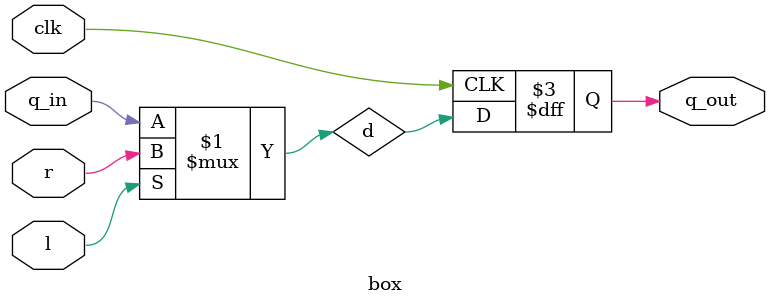
<source format=v>
module top_module (
	input [2:0] SW,      // R
	input [1:0] KEY,     // L and clk
	output [2:0] LEDR);  // Q
    box box1(.r(SW[0]), .q_in(LEDR[2]), .clk(KEY[0]), .l(KEY[1]), .q_out(LEDR[0]));
    box box2(.r(SW[1]), .q_in(LEDR[0]), .clk(KEY[0]), .l(KEY[1]), .q_out(LEDR[1]));
    wire a;
    assign a = LEDR[1] ^ LEDR[2];
    box box3(.r(SW[2]), .q_in(a), .clk(KEY[0]), .l(KEY[1]), .q_out(LEDR[2]));
endmodule

module box (input r, q_in, clk, l, output q_out);
    wire d;
    assign d = l ? r : q_in;
    always @(posedge clk) begin
        q_out = d;
    end
endmodule
</source>
